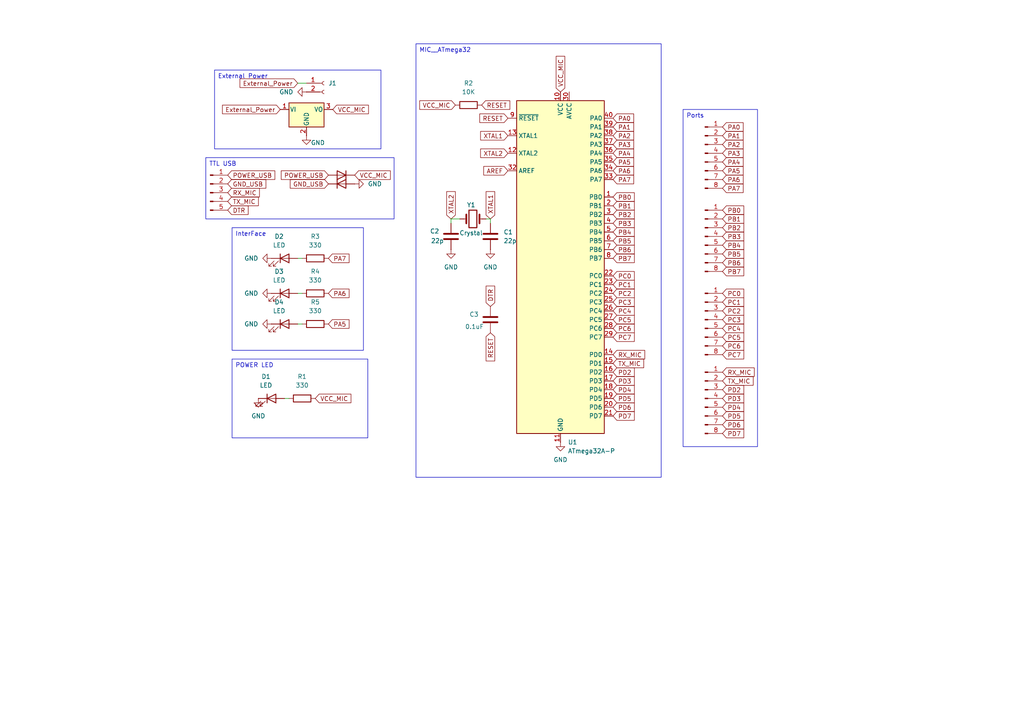
<source format=kicad_sch>
(kicad_sch (version 20250114) (generator "eeschema") (generator_version "9.0")
  (paper "A4")
  (lib_symbols
    (symbol "Connector:Conn_01x02_Socket" (pin_names (offset 1.016) (hide yes))
      (property "Reference" "J" (at 0 2.54 0))
      (property "Value" "Conn_01x02_Socket" (at 0 -5.08 0))
      (symbol "Conn_01x02_Socket_1_1"
        (polyline (pts (xy -1.27 0) (xy -0.508 0)) (stroke (width 0.1524)))
        (polyline (pts (xy -1.27 -2.54) (xy -0.508 -2.54)) (stroke (width 0.1524)))
        (arc (start 0 -0.508) (mid -0.5058 0) (end 0 0.508) (stroke (width 0.1524)))
        (arc (start 0 -3.048) (mid -0.5058 -2.54) (end 0 -2.032) (stroke (width 0.1524)))
        (pin passive line (at -5.08 0 0) (length 3.81) (name "Pin_1") (number "1"))
        (pin passive line (at -5.08 -2.54 0) (length 3.81) (name "Pin_2") (number "2"))
      )
    )
    (symbol "Connector:Conn_01x05_Pin" (pin_names (offset 1.016) (hide yes))
      (property "Reference" "J" (at 0 7.62 0))
      (property "Value" "Conn_01x05_Pin" (at 0 -7.62 0))
      (symbol "Conn_01x05_Pin_1_1"
        (rectangle (start 0.8636 5.207) (end 0 4.953) (stroke (width 0.1524)) (fill (type outline)))
        (rectangle (start 0.8636 2.667) (end 0 2.413) (stroke (width 0.1524)) (fill (type outline)))
        (rectangle (start 0.8636 0.127) (end 0 -0.127) (stroke (width 0.1524)) (fill (type outline)))
        (rectangle (start 0.8636 -2.413) (end 0 -2.667) (stroke (width 0.1524)) (fill (type outline)))
        (rectangle (start 0.8636 -4.953) (end 0 -5.207) (stroke (width 0.1524)) (fill (type outline)))
        (polyline (pts (xy 1.27 5.08) (xy 0.8636 5.08)) (stroke (width 0.1524)))
        (polyline (pts (xy 1.27 2.54) (xy 0.8636 2.54)) (stroke (width 0.1524)))
        (polyline (pts (xy 1.27 0) (xy 0.8636 0)) (stroke (width 0.1524)))
        (polyline (pts (xy 1.27 -2.54) (xy 0.8636 -2.54)) (stroke (width 0.1524)))
        (polyline (pts (xy 1.27 -5.08) (xy 0.8636 -5.08)) (stroke (width 0.1524)))
        (pin passive line (at 5.08 5.08 180) (length 3.81) (name "Pin_1") (number "1"))
        (pin passive line (at 5.08 2.54 180) (length 3.81) (name "Pin_2") (number "2"))
        (pin passive line (at 5.08 0 180) (length 3.81) (name "Pin_3") (number "3"))
        (pin passive line (at 5.08 -2.54 180) (length 3.81) (name "Pin_4") (number "4"))
        (pin passive line (at 5.08 -5.08 180) (length 3.81) (name "Pin_5") (number "5"))
      )
    )
    (symbol "Connector:Conn_01x08_Pin" (pin_names (offset 1.016) (hide yes))
      (property "Reference" "J" (at 0 10.16 0))
      (property "Value" "Conn_01x08_Pin" (at 0 -12.7 0))
      (symbol "Conn_01x08_Pin_1_1"
        (rectangle (start 0.8636 7.747) (end 0 7.493) (stroke (width 0.1524)) (fill (type outline)))
        (rectangle (start 0.8636 5.207) (end 0 4.953) (stroke (width 0.1524)) (fill (type outline)))
        (rectangle (start 0.8636 2.667) (end 0 2.413) (stroke (width 0.1524)) (fill (type outline)))
        (rectangle (start 0.8636 0.127) (end 0 -0.127) (stroke (width 0.1524)) (fill (type outline)))
        (rectangle (start 0.8636 -2.413) (end 0 -2.667) (stroke (width 0.1524)) (fill (type outline)))
        (rectangle (start 0.8636 -4.953) (end 0 -5.207) (stroke (width 0.1524)) (fill (type outline)))
        (rectangle (start 0.8636 -7.493) (end 0 -7.747) (stroke (width 0.1524)) (fill (type outline)))
        (rectangle (start 0.8636 -10.033) (end 0 -10.287) (stroke (width 0.1524)) (fill (type outline)))
        (polyline (pts (xy 1.27 7.62) (xy 0.8636 7.62)) (stroke (width 0.1524)))
        (polyline (pts (xy 1.27 5.08) (xy 0.8636 5.08)) (stroke (width 0.1524)))
        (polyline (pts (xy 1.27 2.54) (xy 0.8636 2.54)) (stroke (width 0.1524)))
        (polyline (pts (xy 1.27 0) (xy 0.8636 0)) (stroke (width 0.1524)))
        (polyline (pts (xy 1.27 -2.54) (xy 0.8636 -2.54)) (stroke (width 0.1524)))
        (polyline (pts (xy 1.27 -5.08) (xy 0.8636 -5.08)) (stroke (width 0.1524)))
        (polyline (pts (xy 1.27 -7.62) (xy 0.8636 -7.62)) (stroke (width 0.1524)))
        (polyline (pts (xy 1.27 -10.16) (xy 0.8636 -10.16)) (stroke (width 0.1524)))
        (pin passive line (at 5.08 7.62 180) (length 3.81) (name "Pin_1") (number "1"))
        (pin passive line (at 5.08 5.08 180) (length 3.81) (name "Pin_2") (number "2"))
        (pin passive line (at 5.08 2.54 180) (length 3.81) (name "Pin_3") (number "3"))
        (pin passive line (at 5.08 0 180) (length 3.81) (name "Pin_4") (number "4"))
        (pin passive line (at 5.08 -2.54 180) (length 3.81) (name "Pin_5") (number "5"))
        (pin passive line (at 5.08 -5.08 180) (length 3.81) (name "Pin_6") (number "6"))
        (pin passive line (at 5.08 -7.62 180) (length 3.81) (name "Pin_7") (number "7"))
        (pin passive line (at 5.08 -10.16 180) (length 3.81) (name "Pin_8") (number "8"))
      )
    )
    (symbol "Device:C" (pin_numbers (hide yes)) (pin_names (offset 0.254))
      (property "Reference" "C" (at 0.635 2.54 0))
      (property "Value" "C" (at 0.635 -2.54 0))
      (symbol "C_0_1"
        (polyline (pts (xy -2.032 0.762) (xy 2.032 0.762)) (stroke (width 0.508)))
        (polyline (pts (xy -2.032 -0.762) (xy 2.032 -0.762)) (stroke (width 0.508)))
      )
      (symbol "C_1_1"
        (pin passive line (at 0 3.81 270) (length 2.794) (name "~") (number "1"))
        (pin passive line (at 0 -3.81 90) (length 2.794) (name "~") (number "2"))
      )
    )
    (symbol "Device:Crystal" (pin_numbers (hide yes)) (pin_names (offset 1.016) (hide yes))
      (property "Reference" "Y" (at 0 3.81 0))
      (property "Value" "Crystal" (at 0 -3.81 0))
      (symbol "Crystal_0_1"
        (polyline (pts (xy -2.54 0) (xy -1.905 0)))
        (polyline (pts (xy -1.905 -1.27) (xy -1.905 1.27)) (stroke (width 0.508)))
        (rectangle (start -1.143 2.54) (end 1.143 -2.54) (stroke (width 0.3048)))
        (polyline (pts (xy 1.905 -1.27) (xy 1.905 1.27)) (stroke (width 0.508)))
        (polyline (pts (xy 2.54 0) (xy 1.905 0)))
      )
      (symbol "Crystal_1_1"
        (pin passive line (at -3.81 0 0) (length 1.27) (name "1") (number "1"))
        (pin passive line (at 3.81 0 180) (length 1.27) (name "2") (number "2"))
      )
    )
    (symbol "Device:D" (pin_numbers (hide yes)) (pin_names (offset 1.016) (hide yes))
      (property "Reference" "D" (at 0 2.54 0))
      (property "Value" "D" (at 0 -2.54 0))
      (symbol "D_0_1"
        (polyline (pts (xy -1.27 1.27) (xy -1.27 -1.27)) (stroke (width 0.254)))
        (polyline (pts (xy 1.27 1.27) (xy 1.27 -1.27) (xy -1.27 0) (xy 1.27 1.27)) (stroke (width 0.254)))
        (polyline (pts (xy 1.27 0) (xy -1.27 0)))
      )
      (symbol "D_1_1"
        (pin passive line (at -3.81 0 0) (length 2.54) (name "K") (number "1"))
        (pin passive line (at 3.81 0 180) (length 2.54) (name "A") (number "2"))
      )
    )
    (symbol "Device:LED" (pin_numbers (hide yes)) (pin_names (offset 1.016) (hide yes))
      (property "Reference" "D" (at 0 2.54 0))
      (property "Value" "LED" (at 0 -2.54 0))
      (symbol "LED_0_1"
        (polyline (pts (xy -3.048 -0.762) (xy -4.572 -2.286) (xy -3.81 -2.286) (xy -4.572 -2.286) (xy -4.572 -1.524)))
        (polyline (pts (xy -1.778 -0.762) (xy -3.302 -2.286) (xy -2.54 -2.286) (xy -3.302 -2.286) (xy -3.302 -1.524)))
        (polyline (pts (xy -1.27 0) (xy 1.27 0)))
        (polyline (pts (xy -1.27 -1.27) (xy -1.27 1.27)) (stroke (width 0.254)))
        (polyline (pts (xy 1.27 -1.27) (xy 1.27 1.27) (xy -1.27 0) (xy 1.27 -1.27)) (stroke (width 0.254)))
      )
      (symbol "LED_1_1"
        (pin passive line (at -3.81 0 0) (length 2.54) (name "K") (number "1"))
        (pin passive line (at 3.81 0 180) (length 2.54) (name "A") (number "2"))
      )
    )
    (symbol "Device:R" (pin_numbers (hide yes)) (pin_names (offset 0))
      (property "Reference" "R" (at 2.032 0 90))
      (property "Value" "R" (at 0 0 90))
      (symbol "R_0_1"
        (rectangle (start -1.016 -2.54) (end 1.016 2.54) (stroke (width 0.254)))
      )
      (symbol "R_1_1"
        (pin passive line (at 0 3.81 270) (length 1.27) (name "~") (number "1"))
        (pin passive line (at 0 -3.81 90) (length 1.27) (name "~") (number "2"))
      )
    )
    (symbol "MCU_Microchip_ATmega:ATmega32A-P"
      (property "Reference" "U" (at -12.7 49.53 0))
      (property "Value" "ATmega32A-P" (at 2.54 -49.53 0))
      (symbol "ATmega32A-P_0_1"
        (rectangle (start -12.7 -48.26) (end 12.7 48.26) (stroke (width 0.254)) (fill (type background)))
      )
      (symbol "ATmega32A-P_1_1"
        (pin input line (at -15.24 43.18 0) (length 2.54) (name "~{RESET}") (number "9"))
        (pin input line (at -15.24 38.1 0) (length 2.54) (name "XTAL1") (number "13"))
        (pin output line (at -15.24 33.02 0) (length 2.54) (name "XTAL2") (number "12"))
        (pin passive line (at -15.24 27.94 0) (length 2.54) (name "AREF") (number "32"))
        (pin power_in line (at 0 50.8 270) (length 2.54) (name "VCC") (number "10"))
        (pin power_in line (at 0 -50.8 90) (length 2.54) (name "GND") (number "11"))
        (pin passive line (at 0 -50.8 90) (length 2.54) (hide yes) (name "GND") (number "31"))
        (pin power_in line (at 2.54 50.8 270) (length 2.54) (name "AVCC") (number "30"))
        (pin bidirectional line (at 15.24 43.18 180) (length 2.54) (name "PA0") (number "40"))
        (pin bidirectional line (at 15.24 40.64 180) (length 2.54) (name "PA1") (number "39"))
        (pin bidirectional line (at 15.24 38.1 180) (length 2.54) (name "PA2") (number "38"))
        (pin bidirectional line (at 15.24 35.56 180) (length 2.54) (name "PA3") (number "37"))
        (pin bidirectional line (at 15.24 33.02 180) (length 2.54) (name "PA4") (number "36"))
        (pin bidirectional line (at 15.24 30.48 180) (length 2.54) (name "PA5") (number "35"))
        (pin bidirectional line (at 15.24 27.94 180) (length 2.54) (name "PA6") (number "34"))
        (pin bidirectional line (at 15.24 25.4 180) (length 2.54) (name "PA7") (number "33"))
        (pin bidirectional line (at 15.24 20.32 180) (length 2.54) (name "PB0") (number "1"))
        (pin bidirectional line (at 15.24 17.78 180) (length 2.54) (name "PB1") (number "2"))
        (pin bidirectional line (at 15.24 15.24 180) (length 2.54) (name "PB2") (number "3"))
        (pin bidirectional line (at 15.24 12.7 180) (length 2.54) (name "PB3") (number "4"))
        (pin bidirectional line (at 15.24 10.16 180) (length 2.54) (name "PB4") (number "5"))
        (pin bidirectional line (at 15.24 7.62 180) (length 2.54) (name "PB5") (number "6"))
        (pin bidirectional line (at 15.24 5.08 180) (length 2.54) (name "PB6") (number "7"))
        (pin bidirectional line (at 15.24 2.54 180) (length 2.54) (name "PB7") (number "8"))
        (pin bidirectional line (at 15.24 -2.54 180) (length 2.54) (name "PC0") (number "22"))
        (pin bidirectional line (at 15.24 -5.08 180) (length 2.54) (name "PC1") (number "23"))
        (pin bidirectional line (at 15.24 -7.62 180) (length 2.54) (name "PC2") (number "24"))
        (pin bidirectional line (at 15.24 -10.16 180) (length 2.54) (name "PC3") (number "25"))
        (pin bidirectional line (at 15.24 -12.7 180) (length 2.54) (name "PC4") (number "26"))
        (pin bidirectional line (at 15.24 -15.24 180) (length 2.54) (name "PC5") (number "27"))
        (pin bidirectional line (at 15.24 -17.78 180) (length 2.54) (name "PC6") (number "28"))
        (pin bidirectional line (at 15.24 -20.32 180) (length 2.54) (name "PC7") (number "29"))
        (pin bidirectional line (at 15.24 -25.4 180) (length 2.54) (name "PD0") (number "14"))
        (pin bidirectional line (at 15.24 -27.94 180) (length 2.54) (name "PD1") (number "15"))
        (pin bidirectional line (at 15.24 -30.48 180) (length 2.54) (name "PD2") (number "16"))
        (pin bidirectional line (at 15.24 -33.02 180) (length 2.54) (name "PD3") (number "17"))
        (pin bidirectional line (at 15.24 -35.56 180) (length 2.54) (name "PD4") (number "18"))
        (pin bidirectional line (at 15.24 -38.1 180) (length 2.54) (name "PD5") (number "19"))
        (pin bidirectional line (at 15.24 -40.64 180) (length 2.54) (name "PD6") (number "20"))
        (pin bidirectional line (at 15.24 -43.18 180) (length 2.54) (name "PD7") (number "21"))
      )
    )
    (symbol "Regulator_Linear:LM7805_TO220" (pin_names (offset 0.254))
      (property "Reference" "U" (at -3.81 3.175 0))
      (property "Value" "LM7805_TO220" (at 0 3.175 0))
      (symbol "LM7805_TO220_0_1"
        (rectangle (start -5.08 1.905) (end 5.08 -5.08) (stroke (width 0.254)) (fill (type background)))
      )
      (symbol "LM7805_TO220_1_1"
        (pin power_in line (at -7.62 0 0) (length 2.54) (name "VI") (number "1"))
        (pin power_in line (at 0 -7.62 90) (length 2.54) (name "GND") (number "2"))
        (pin power_out line (at 7.62 0 180) (length 2.54) (name "VO") (number "3"))
      )
    )
    (symbol "power:GND" (power) (pin_numbers (hide yes)) (pin_names (offset 0) (hide yes))
      (property "Value" "GND" (at 0 -3.81 0))
      (symbol "GND_0_1"
        (polyline (pts (xy 0 0) (xy 0 -1.27) (xy 1.27 -1.27) (xy 0 -2.54) (xy -1.27 -1.27) (xy 0 -1.27)))
      )
      (symbol "GND_1_1"
        (pin power_in line (at 0 0 270) (length 0) (name "~") (number "1"))
      )
    )
  )
  (text_box "TTL USB" (at 59.69 45.72 0) (size 54.61 17.78) (margins 0.9525 0.9525 0.9525 0.9525) (effects (font (size 1.27 1.27)) (justify left top)))
  (text_box "External Power" (at 62.23 20.32 0) (size 48.26 22.86) (margins 0.9525 0.9525 0.9525 0.9525) (effects (font (size 1.27 1.27)) (justify left top)))
  (text_box "MIC__ATmega32" (at 120.65 12.7 0) (size 71.12 125.73) (margins 0.9525 0.9525 0.9525 0.9525) (effects (font (size 1.27 1.27)) (justify left top)))
  (text_box "InterFace" (at 67.31 66.04 0) (size 38.1 35.56) (margins 0.9525 0.9525 0.9525 0.9525) (effects (font (size 1.27 1.27)) (justify left top)))
  (text_box "Ports" (at 198.12 31.75 0) (size 21.59 97.79) (margins 0.9525 0.9525 0.9525 0.9525) (effects (font (size 1.27 1.27)) (justify left top)))
  (text_box "POWER LED" (at 67.31 104.14 0) (size 39.37 22.86) (margins 0.9525 0.9525 0.9525 0.9525) (effects (font (size 1.27 1.27)) (justify left top)))
  (wire (pts (xy 142.24 63.5) (xy 140.97 63.5)))
  (wire (pts (xy 82.55 115.57) (xy 83.82 115.57)))
  (wire (pts (xy 86.36 85.09) (xy 87.63 85.09)))
  (wire (pts (xy 86.36 74.93) (xy 87.63 74.93)))
  (wire (pts (xy 86.36 93.98) (xy 87.63 93.98)))
  (wire (pts (xy 130.81 63.5) (xy 133.35 63.5)))
  (wire (pts (xy 130.81 64.77) (xy 130.81 63.5)))
  (wire (pts (xy 142.24 64.77) (xy 142.24 63.5)))
  (wire (pts (xy 88.9 24.13) (xy 86.36 24.13)))
  (global_label "PA5" (shape input) (at 209.55 49.53 0) (property "Intersheetrefs" "${INTERSHEET_REFS}" (effects (hide yes))))
  (global_label "PD4" (shape input) (at 209.55 118.11 0) (property "Intersheetrefs" "${INTERSHEET_REFS}" (effects (hide yes))))
  (global_label "PC1" (shape input) (at 209.55 87.63 0) (property "Intersheetrefs" "${INTERSHEET_REFS}" (effects (hide yes))))
  (global_label "RX_MIC" (shape input) (at 177.8 102.87 0) (property "Intersheetrefs" "${INTERSHEET_REFS}" (effects (hide yes))))
  (global_label "VCC_MIC" (shape input) (at 102.87 50.8 0) (property "Intersheetrefs" "${INTERSHEET_REFS}" (effects (hide yes))))
  (global_label "PC3" (shape input) (at 177.8 87.63 0) (property "Intersheetrefs" "${INTERSHEET_REFS}" (effects (hide yes))))
  (global_label "PC6" (shape input) (at 177.8 95.25 0) (property "Intersheetrefs" "${INTERSHEET_REFS}" (effects (hide yes))))
  (global_label "PA1" (shape input) (at 209.55 39.37 0) (property "Intersheetrefs" "${INTERSHEET_REFS}" (effects (hide yes))))
  (global_label "PA7" (shape input) (at 95.25 74.93 0) (property "Intersheetrefs" "${INTERSHEET_REFS}" (effects (hide yes))))
  (global_label "PA4" (shape input) (at 209.55 46.99 0) (property "Intersheetrefs" "${INTERSHEET_REFS}" (effects (hide yes))))
  (global_label "RX_MIC" (shape input) (at 66.04 55.88 0) (property "Intersheetrefs" "${INTERSHEET_REFS}" (effects (hide yes))))
  (global_label "PA3" (shape input) (at 209.55 44.45 0) (property "Intersheetrefs" "${INTERSHEET_REFS}" (effects (hide yes))))
  (global_label "PB5" (shape input) (at 209.55 73.66 0) (property "Intersheetrefs" "${INTERSHEET_REFS}" (effects (hide yes))))
  (global_label "XTAL1" (shape input) (at 147.32 39.37 180) (property "Intersheetrefs" "${INTERSHEET_REFS}" (effects (hide yes))))
  (global_label "PB2" (shape input) (at 177.8 62.23 0) (property "Intersheetrefs" "${INTERSHEET_REFS}" (effects (hide yes))))
  (global_label "GND_USB" (shape input) (at 66.04 53.34 0) (property "Intersheetrefs" "${INTERSHEET_REFS}" (effects (hide yes))))
  (global_label "DTR" (shape input) (at 142.24 88.9 90) (property "Intersheetrefs" "${INTERSHEET_REFS}" (effects (hide yes))))
  (global_label "XTAL2" (shape input) (at 147.32 44.45 180) (property "Intersheetrefs" "${INTERSHEET_REFS}" (effects (hide yes))))
  (global_label "RESET" (shape input) (at 147.32 34.29 180) (property "Intersheetrefs" "${INTERSHEET_REFS}" (effects (hide yes))))
  (global_label "VCC_MIC" (shape input) (at 162.56 26.67 90) (property "Intersheetrefs" "${INTERSHEET_REFS}" (effects (hide yes))))
  (global_label "PD2" (shape input) (at 209.55 113.03 0) (property "Intersheetrefs" "${INTERSHEET_REFS}" (effects (hide yes))))
  (global_label "PC7" (shape input) (at 209.55 102.87 0) (property "Intersheetrefs" "${INTERSHEET_REFS}" (effects (hide yes))))
  (global_label "PB2" (shape input) (at 209.55 66.04 0) (property "Intersheetrefs" "${INTERSHEET_REFS}" (effects (hide yes))))
  (global_label "PD6" (shape input) (at 209.55 123.19 0) (property "Intersheetrefs" "${INTERSHEET_REFS}" (effects (hide yes))))
  (global_label "PB6" (shape input) (at 177.8 72.39 0) (property "Intersheetrefs" "${INTERSHEET_REFS}" (effects (hide yes))))
  (global_label "PC5" (shape input) (at 209.55 97.79 0) (property "Intersheetrefs" "${INTERSHEET_REFS}" (effects (hide yes))))
  (global_label "PD5" (shape input) (at 209.55 120.65 0) (property "Intersheetrefs" "${INTERSHEET_REFS}" (effects (hide yes))))
  (global_label "PB1" (shape input) (at 177.8 59.69 0) (property "Intersheetrefs" "${INTERSHEET_REFS}" (effects (hide yes))))
  (global_label "PB7" (shape input) (at 209.55 78.74 0) (property "Intersheetrefs" "${INTERSHEET_REFS}" (effects (hide yes))))
  (global_label "PB7" (shape input) (at 177.8 74.93 0) (property "Intersheetrefs" "${INTERSHEET_REFS}" (effects (hide yes))))
  (global_label "PC4" (shape input) (at 177.8 90.17 0) (property "Intersheetrefs" "${INTERSHEET_REFS}" (effects (hide yes))))
  (global_label "VCC_MIC" (shape input) (at 132.08 30.48 180) (property "Intersheetrefs" "${INTERSHEET_REFS}" (effects (hide yes))))
  (global_label "PA1" (shape input) (at 177.8 36.83 0) (property "Intersheetrefs" "${INTERSHEET_REFS}" (effects (hide yes))))
  (global_label "RESET" (shape input) (at 139.7 30.48 0) (property "Intersheetrefs" "${INTERSHEET_REFS}" (effects (hide yes))))
  (global_label "PA7" (shape input) (at 209.55 54.61 0) (property "Intersheetrefs" "${INTERSHEET_REFS}" (effects (hide yes))))
  (global_label "External_Power" (shape input) (at 81.28 31.75 180) (property "Intersheetrefs" "${INTERSHEET_REFS}" (effects (hide yes))))
  (global_label "PA3" (shape input) (at 177.8 41.91 0) (property "Intersheetrefs" "${INTERSHEET_REFS}" (effects (hide yes))))
  (global_label "PC0" (shape input) (at 209.55 85.09 0) (property "Intersheetrefs" "${INTERSHEET_REFS}" (effects (hide yes))))
  (global_label "PB3" (shape input) (at 209.55 68.58 0) (property "Intersheetrefs" "${INTERSHEET_REFS}" (effects (hide yes))))
  (global_label "PC7" (shape input) (at 177.8 97.79 0) (property "Intersheetrefs" "${INTERSHEET_REFS}" (effects (hide yes))))
  (global_label "PD4" (shape input) (at 177.8 113.03 0) (property "Intersheetrefs" "${INTERSHEET_REFS}" (effects (hide yes))))
  (global_label "PA5" (shape input) (at 177.8 46.99 0) (property "Intersheetrefs" "${INTERSHEET_REFS}" (effects (hide yes))))
  (global_label "PA6" (shape input) (at 177.8 49.53 0) (property "Intersheetrefs" "${INTERSHEET_REFS}" (effects (hide yes))))
  (global_label "PD3" (shape input) (at 177.8 110.49 0) (property "Intersheetrefs" "${INTERSHEET_REFS}" (effects (hide yes))))
  (global_label "VCC_MIC" (shape input) (at 91.44 115.57 0) (property "Intersheetrefs" "${INTERSHEET_REFS}" (effects (hide yes))))
  (global_label "PD5" (shape input) (at 177.8 115.57 0) (property "Intersheetrefs" "${INTERSHEET_REFS}" (effects (hide yes))))
  (global_label "PA6" (shape input) (at 95.25 85.09 0) (property "Intersheetrefs" "${INTERSHEET_REFS}" (effects (hide yes))))
  (global_label "PB1" (shape input) (at 209.55 63.5 0) (property "Intersheetrefs" "${INTERSHEET_REFS}" (effects (hide yes))))
  (global_label "PA6" (shape input) (at 209.55 52.07 0) (property "Intersheetrefs" "${INTERSHEET_REFS}" (effects (hide yes))))
  (global_label "VCC_MIC" (shape input) (at 96.52 31.75 0) (property "Intersheetrefs" "${INTERSHEET_REFS}" (effects (hide yes))))
  (global_label "PC2" (shape input) (at 177.8 85.09 0) (property "Intersheetrefs" "${INTERSHEET_REFS}" (effects (hide yes))))
  (global_label "PB4" (shape input) (at 177.8 67.31 0) (property "Intersheetrefs" "${INTERSHEET_REFS}" (effects (hide yes))))
  (global_label "PB0" (shape input) (at 209.55 60.96 0) (property "Intersheetrefs" "${INTERSHEET_REFS}" (effects (hide yes))))
  (global_label "External_Power" (shape input) (at 86.36 24.13 180) (property "Intersheetrefs" "${INTERSHEET_REFS}" (effects (hide yes))))
  (global_label "PC0" (shape input) (at 177.8 80.01 0) (property "Intersheetrefs" "${INTERSHEET_REFS}" (effects (hide yes))))
  (global_label "POWER_USB" (shape input) (at 95.25 50.8 180) (property "Intersheetrefs" "${INTERSHEET_REFS}" (effects (hide yes))))
  (global_label "TX_MIC" (shape input) (at 66.04 58.42 0) (property "Intersheetrefs" "${INTERSHEET_REFS}" (effects (hide yes))))
  (global_label "PD3" (shape input) (at 209.55 115.57 0) (property "Intersheetrefs" "${INTERSHEET_REFS}" (effects (hide yes))))
  (global_label "RESET" (shape input) (at 142.24 96.52 270) (property "Intersheetrefs" "${INTERSHEET_REFS}" (effects (hide yes))))
  (global_label "PC3" (shape input) (at 209.55 92.71 0) (property "Intersheetrefs" "${INTERSHEET_REFS}" (effects (hide yes))))
  (global_label "PA5" (shape input) (at 95.25 93.98 0) (property "Intersheetrefs" "${INTERSHEET_REFS}" (effects (hide yes))))
  (global_label "PB6" (shape input) (at 209.55 76.2 0) (property "Intersheetrefs" "${INTERSHEET_REFS}" (effects (hide yes))))
  (global_label "GND_USB" (shape input) (at 95.25 53.34 180) (property "Intersheetrefs" "${INTERSHEET_REFS}" (effects (hide yes))))
  (global_label "XTAL1" (shape input) (at 142.24 63.5 90) (property "Intersheetrefs" "${INTERSHEET_REFS}" (effects (hide yes))))
  (global_label "PD2" (shape input) (at 177.8 107.95 0) (property "Intersheetrefs" "${INTERSHEET_REFS}" (effects (hide yes))))
  (global_label "PA2" (shape input) (at 177.8 39.37 0) (property "Intersheetrefs" "${INTERSHEET_REFS}" (effects (hide yes))))
  (global_label "PC1" (shape input) (at 177.8 82.55 0) (property "Intersheetrefs" "${INTERSHEET_REFS}" (effects (hide yes))))
  (global_label "PB0" (shape input) (at 177.8 57.15 0) (property "Intersheetrefs" "${INTERSHEET_REFS}" (effects (hide yes))))
  (global_label "XTAL2" (shape input) (at 130.81 63.5 90) (property "Intersheetrefs" "${INTERSHEET_REFS}" (effects (hide yes))))
  (global_label "PB4" (shape input) (at 209.55 71.12 0) (property "Intersheetrefs" "${INTERSHEET_REFS}" (effects (hide yes))))
  (global_label "PC2" (shape input) (at 209.55 90.17 0) (property "Intersheetrefs" "${INTERSHEET_REFS}" (effects (hide yes))))
  (global_label "PC5" (shape input) (at 177.8 92.71 0) (property "Intersheetrefs" "${INTERSHEET_REFS}" (effects (hide yes))))
  (global_label "PC6" (shape input) (at 209.55 100.33 0) (property "Intersheetrefs" "${INTERSHEET_REFS}" (effects (hide yes))))
  (global_label "PA0" (shape input) (at 177.8 34.29 0) (property "Intersheetrefs" "${INTERSHEET_REFS}" (effects (hide yes))))
  (global_label "AREF" (shape input) (at 147.32 49.53 180) (property "Intersheetrefs" "${INTERSHEET_REFS}" (effects (hide yes))))
  (global_label "POWER_USB" (shape input) (at 66.04 50.8 0) (property "Intersheetrefs" "${INTERSHEET_REFS}" (effects (hide yes))))
  (global_label "PD7" (shape input) (at 177.8 120.65 0) (property "Intersheetrefs" "${INTERSHEET_REFS}" (effects (hide yes))))
  (global_label "PD7" (shape input) (at 209.55 125.73 0) (property "Intersheetrefs" "${INTERSHEET_REFS}" (effects (hide yes))))
  (global_label "PA0" (shape input) (at 209.55 36.83 0) (property "Intersheetrefs" "${INTERSHEET_REFS}" (effects (hide yes))))
  (global_label "TX_MIC" (shape input) (at 209.55 110.49 0) (property "Intersheetrefs" "${INTERSHEET_REFS}" (effects (hide yes))))
  (global_label "PD6" (shape input) (at 177.8 118.11 0) (property "Intersheetrefs" "${INTERSHEET_REFS}" (effects (hide yes))))
  (global_label "PC4" (shape input) (at 209.55 95.25 0) (property "Intersheetrefs" "${INTERSHEET_REFS}" (effects (hide yes))))
  (global_label "PA4" (shape input) (at 177.8 44.45 0) (property "Intersheetrefs" "${INTERSHEET_REFS}" (effects (hide yes))))
  (global_label "DTR" (shape input) (at 66.04 60.96 0) (property "Intersheetrefs" "${INTERSHEET_REFS}" (effects (hide yes))))
  (global_label "PA7" (shape input) (at 177.8 52.07 0) (property "Intersheetrefs" "${INTERSHEET_REFS}" (effects (hide yes))))
  (global_label "PA2" (shape input) (at 209.55 41.91 0) (property "Intersheetrefs" "${INTERSHEET_REFS}" (effects (hide yes))))
  (global_label "PB5" (shape input) (at 177.8 69.85 0) (property "Intersheetrefs" "${INTERSHEET_REFS}" (effects (hide yes))))
  (global_label "TX_MIC" (shape input) (at 177.8 105.41 0) (property "Intersheetrefs" "${INTERSHEET_REFS}" (effects (hide yes))))
  (global_label "RX_MIC" (shape input) (at 209.55 107.95 0) (property "Intersheetrefs" "${INTERSHEET_REFS}" (effects (hide yes))))
  (global_label "PB3" (shape input) (at 177.8 64.77 0) (property "Intersheetrefs" "${INTERSHEET_REFS}" (effects (hide yes))))
  (symbol (lib_id "Connector:Conn_01x02_Socket") (at 93.98 24.13 0) (unit 1)
    (property "Reference" "J1" (at 95.25 24.1299 0) (effects (justify left)))
    (property "Value" "Conn_01x02_Socket" (effects (hide yes)))
    (property "Footprint" "Connector_PinSocket_2.54mm:PinSocket_1x02_P2.54mm_Vertical" (effects (hide yes)))
    (property "Description" "Generic connector, single row, 01x02, script generated" (effects (hide yes)))
  )
  (symbol (lib_id "Device:Crystal") (at 137.16 63.5 0) (unit 1)
    (property "Reference" "Y1" (at 136.652 59.436 0))
    (property "Value" "Crystal" (at 136.652 67.564 0))
    (property "Footprint" "Crystal:Crystal_C26-LF_D2.1mm_L6.5mm_Vertical" (effects (hide yes)))
    (property "Description" "Two pin crystal" (effects (hide yes)))
  )
  (symbol (lib_id "power:GND") (at 78.74 74.93 270) (unit 1)
    (property "Reference" "#PWR06" (effects (hide yes)))
    (property "Value" "GND" (at 74.93 74.9299 90) (effects (justify right)))
    (property "Description" "Power symbol creates a global label with name \"GND\" , ground" (effects (hide yes)))
  )
  (symbol (lib_id "Regulator_Linear:LM7805_TO220") (at 88.9 31.75 0) (unit 1)
    (property "Reference" "U2" (effects (hide yes)))
    (property "Value" "LM7805_TO220" (effects (hide yes)))
    (property "Footprint" "Package_TO_SOT_THT:TO-220-3_Vertical" (effects (hide yes)))
    (property "Datasheet" "https://www.onsemi.cn/PowerSolutions/document/MC7800-D.PDF" (effects (hide yes)))
    (property "Description" "Positive 1A 35V Linear Regulator, Fixed Output 5V, TO-220" (effects (hide yes)))
  )
  (symbol (lib_id "Connector:Conn_01x08_Pin") (at 204.47 115.57 0) (unit 1)
    (property "Reference" "J6" (effects (hide yes)))
    (property "Value" "Conn_01x08_Pin" (effects (hide yes)))
    (property "Footprint" "Connector_PinHeader_2.00mm:PinHeader_1x08_P2.00mm_Vertical" (effects (hide yes)))
    (property "Description" "Generic connector, single row, 01x08, script generated" (effects (hide yes)))
  )
  (symbol (lib_id "power:GND") (at 88.9 39.37 0) (unit 1)
    (property "Reference" "#PWR010" (effects (hide yes)))
    (property "Value" "GND" (at 92.202 41.402 0))
    (property "Description" "Power symbol creates a global label with name \"GND\" , ground" (effects (hide yes)))
  )
  (symbol (lib_id "Device:R") (at 91.44 93.98 90) (unit 1)
    (property "Reference" "R5" (at 91.44 87.63 90))
    (property "Value" "330" (at 91.44 90.17 90))
    (property "Footprint" "Resistor_THT:R_Axial_DIN0207_L6.3mm_D2.5mm_P7.62mm_Horizontal" (effects (hide yes)))
    (property "Description" "Resistor" (effects (hide yes)))
  )
  (symbol (lib_id "power:GND") (at 130.81 72.39 0) (unit 1)
    (property "Reference" "#PWR03" (effects (hide yes)))
    (property "Value" "GND" (at 130.81 77.47 0))
    (property "Description" "Power symbol creates a global label with name \"GND\" , ground" (effects (hide yes)))
  )
  (symbol (lib_id "Connector:Conn_01x08_Pin") (at 204.47 68.58 0) (unit 1)
    (property "Reference" "J4" (effects (hide yes)))
    (property "Value" "Conn_01x08_Pin" (effects (hide yes)))
    (property "Footprint" "Connector_PinHeader_2.00mm:PinHeader_1x08_P2.00mm_Vertical" (effects (hide yes)))
    (property "Description" "Generic connector, single row, 01x08, script generated" (effects (hide yes)))
  )
  (symbol (lib_id "Connector:Conn_01x08_Pin") (at 204.47 44.45 0) (unit 1)
    (property "Reference" "J2" (effects (hide yes)))
    (property "Value" "Conn_01x08_Pin" (effects (hide yes)))
    (property "Footprint" "Connector_PinHeader_2.00mm:PinHeader_1x08_P2.00mm_Vertical" (effects (hide yes)))
    (property "Description" "Generic connector, single row, 01x08, script generated" (effects (hide yes)))
  )
  (symbol (lib_id "power:GND") (at 142.24 72.39 0) (unit 1)
    (property "Reference" "#PWR02" (effects (hide yes)))
    (property "Value" "GND" (at 142.24 77.47 0))
    (property "Description" "Power symbol creates a global label with name \"GND\" , ground" (effects (hide yes)))
  )
  (symbol (lib_id "power:GND") (at 102.87 53.34 90) (unit 1)
    (property "Reference" "#PWR04" (effects (hide yes)))
    (property "Value" "GND" (at 106.68 53.3399 90) (effects (justify right)))
    (property "Description" "Power symbol creates a global label with name \"GND\" , ground" (effects (hide yes)))
  )
  (symbol (lib_id "Connector:Conn_01x05_Pin") (at 60.96 55.88 0) (unit 1)
    (property "Reference" "J3" (effects (hide yes)))
    (property "Value" "Conn_01x05_Pin" (effects (hide yes)))
    (property "Footprint" "Connector_PinHeader_2.00mm:PinHeader_1x05_P2.00mm_Vertical" (effects (hide yes)))
    (property "Description" "Generic connector, single row, 01x05, script generated" (effects (hide yes)))
  )
  (symbol (lib_id "Device:C") (at 142.24 92.71 0) (unit 1)
    (property "Reference" "C3" (at 136.144 91.186 0) (effects (justify left)))
    (property "Value" "0.1uF" (at 134.874 94.742 0) (effects (justify left)))
    (property "Footprint" "Capacitor_THT:C_Radial_D4.0mm_H7.0mm_P1.50mm" (effects (hide yes)))
    (property "Description" "Unpolarized capacitor" (effects (hide yes)))
  )
  (symbol (lib_id "Device:LED") (at 82.55 74.93 0) (unit 1)
    (property "Reference" "D2" (at 80.9625 68.58 0))
    (property "Value" "LED" (at 80.9625 71.12 0))
    (property "Footprint" "LED_THT:LED_D3.0mm" (effects (hide yes)))
    (property "Description" "Light emitting diode" (effects (hide yes)))
    (property "Sim.Pins" "1=K 2=A" (effects (hide yes)))
  )
  (symbol (lib_id "power:GND") (at 78.74 93.98 270) (unit 1)
    (property "Reference" "#PWR08" (effects (hide yes)))
    (property "Value" "GND" (at 74.93 93.9799 90) (effects (justify right)))
    (property "Description" "Power symbol creates a global label with name \"GND\" , ground" (effects (hide yes)))
  )
  (symbol (lib_id "MCU_Microchip_ATmega:ATmega32A-P") (at 162.56 77.47 0) (unit 1)
    (property "Reference" "U1" (at 164.7033 128.27 0) (effects (justify left)))
    (property "Value" "ATmega32A-P" (at 164.7033 130.81 0) (effects (justify left)))
    (property "Footprint" "Package_DIP:DIP-40_W15.24mm" (effects (hide yes)))
    (property "Datasheet" "http://ww1.microchip.com/downloads/en/DeviceDoc/atmel-8155-8-bit-microcontroller-avr-atmega32a_datasheet.pdf" (effects (hide yes)))
    (property "Description" "16MHz, 32kB Flash, 2kB SRAM, 1kB EEPROM, JTAG, DIP-40" (effects (hide yes)))
  )
  (symbol (lib_id "Connector:Conn_01x08_Pin") (at 204.47 92.71 0) (unit 1)
    (property "Reference" "J5" (effects (hide yes)))
    (property "Value" "Conn_01x08_Pin" (effects (hide yes)))
    (property "Footprint" "Connector_PinHeader_2.00mm:PinHeader_1x08_P2.00mm_Vertical" (effects (hide yes)))
    (property "Description" "Generic connector, single row, 01x08, script generated" (effects (hide yes)))
  )
  (symbol (lib_id "Device:R") (at 135.89 30.48 90) (unit 1)
    (property "Reference" "R2" (at 135.89 24.13 90))
    (property "Value" "10K" (at 135.89 26.67 90))
    (property "Footprint" "Resistor_THT:R_Axial_DIN0207_L6.3mm_D2.5mm_P7.62mm_Horizontal" (effects (hide yes)))
    (property "Description" "Resistor" (effects (hide yes)))
  )
  (symbol (lib_id "Device:LED") (at 82.55 85.09 0) (unit 1)
    (property "Reference" "D3" (at 80.9625 78.74 0))
    (property "Value" "LED" (at 80.9625 81.28 0))
    (property "Footprint" "LED_THT:LED_D3.0mm" (effects (hide yes)))
    (property "Description" "Light emitting diode" (effects (hide yes)))
    (property "Sim.Pins" "1=K 2=A" (effects (hide yes)))
  )
  (symbol (lib_id "Device:R") (at 91.44 85.09 90) (unit 1)
    (property "Reference" "R4" (at 91.44 78.74 90))
    (property "Value" "330" (at 91.44 81.28 90))
    (property "Footprint" "Resistor_THT:R_Axial_DIN0207_L6.3mm_D2.5mm_P7.62mm_Horizontal" (effects (hide yes)))
    (property "Description" "Resistor" (effects (hide yes)))
  )
  (symbol (lib_id "Device:LED") (at 82.55 93.98 0) (unit 1)
    (property "Reference" "D4" (at 80.9625 87.63 0))
    (property "Value" "LED" (at 80.9625 90.17 0))
    (property "Footprint" "LED_THT:LED_D3.0mm" (effects (hide yes)))
    (property "Description" "Light emitting diode" (effects (hide yes)))
    (property "Sim.Pins" "1=K 2=A" (effects (hide yes)))
  )
  (symbol (lib_id "Device:R") (at 91.44 74.93 90) (unit 1)
    (property "Reference" "R3" (at 91.44 68.58 90))
    (property "Value" "330" (at 91.44 71.12 90))
    (property "Footprint" "Resistor_THT:R_Axial_DIN0207_L6.3mm_D2.5mm_P7.62mm_Horizontal" (effects (hide yes)))
    (property "Description" "Resistor" (effects (hide yes)))
  )
  (symbol (lib_id "Device:C") (at 142.24 68.58 0) (unit 1)
    (property "Reference" "C1" (at 146.05 67.3099 0) (effects (justify left)))
    (property "Value" "22p" (at 146.05 69.8499 0) (effects (justify left)))
    (property "Footprint" "Capacitor_THT:C_Radial_D4.0mm_H7.0mm_P1.50mm" (effects (hide yes)))
    (property "Description" "Unpolarized capacitor" (effects (hide yes)))
  )
  (symbol (lib_id "Device:R") (at 87.63 115.57 90) (unit 1)
    (property "Reference" "R1" (at 87.63 109.22 90))
    (property "Value" "330" (at 87.63 111.76 90))
    (property "Footprint" "Resistor_THT:R_Axial_DIN0207_L6.3mm_D2.5mm_P7.62mm_Horizontal" (effects (hide yes)))
    (property "Description" "Resistor" (effects (hide yes)))
  )
  (symbol (lib_id "Device:C") (at 130.81 68.58 0) (unit 1)
    (property "Reference" "C2" (at 124.714 67.056 0) (effects (justify left)))
    (property "Value" "22p" (at 124.968 69.85 0) (effects (justify left)))
    (property "Footprint" "Capacitor_THT:C_Radial_D4.0mm_H7.0mm_P1.50mm" (effects (hide yes)))
    (property "Description" "Unpolarized capacitor" (effects (hide yes)))
  )
  (symbol (lib_id "Device:D") (at 99.06 50.8 180) (unit 1)
    (property "Reference" "D5" (effects (hide yes)))
    (property "Value" "D" (effects (hide yes)))
    (property "Footprint" "Diode_THT:D_5W_P10.16mm_Horizontal" (effects (hide yes)))
    (property "Description" "Diode" (effects (hide yes)))
    (property "Sim.Device" "D" (effects (hide yes)))
    (property "Sim.Pins" "1=K 2=A" (effects (hide yes)))
  )
  (symbol (lib_id "power:GND") (at 162.56 128.27 0) (unit 1)
    (property "Reference" "#PWR01" (effects (hide yes)))
    (property "Value" "GND" (at 162.56 133.35 0))
    (property "Description" "Power symbol creates a global label with name \"GND\" , ground" (effects (hide yes)))
  )
  (symbol (lib_id "power:GND") (at 74.93 115.57 0) (unit 1)
    (property "Reference" "#PWR05" (effects (hide yes)))
    (property "Value" "GND" (at 74.93 120.65 0))
    (property "Description" "Power symbol creates a global label with name \"GND\" , ground" (effects (hide yes)))
  )
  (symbol (lib_id "power:GND") (at 78.74 85.09 270) (unit 1)
    (property "Reference" "#PWR07" (effects (hide yes)))
    (property "Value" "GND" (at 74.93 85.0899 90) (effects (justify right)))
    (property "Description" "Power symbol creates a global label with name \"GND\" , ground" (effects (hide yes)))
  )
  (symbol (lib_id "Device:D") (at 99.06 53.34 0) (unit 1)
    (property "Reference" "D6" (effects (hide yes)))
    (property "Value" "D" (effects (hide yes)))
    (property "Footprint" "Diode_THT:D_5W_P10.16mm_Horizontal" (effects (hide yes)))
    (property "Description" "Diode" (effects (hide yes)))
    (property "Sim.Device" "D" (effects (hide yes)))
    (property "Sim.Pins" "1=K 2=A" (effects (hide yes)))
  )
  (symbol (lib_id "Device:LED") (at 78.74 115.57 0) (unit 1)
    (property "Reference" "D1" (at 77.1525 109.22 0))
    (property "Value" "LED" (at 77.1525 111.76 0))
    (property "Footprint" "LED_SMD:LED_0805_2012Metric" (effects (hide yes)))
    (property "Description" "Light emitting diode" (effects (hide yes)))
    (property "Sim.Pins" "1=K 2=A" (effects (hide yes)))
  )
  (symbol (lib_id "power:GND") (at 88.9 26.67 270) (unit 1)
    (property "Reference" "#PWR09" (effects (hide yes)))
    (property "Value" "GND" (at 85.09 26.6699 90) (effects (justify right)))
    (property "Description" "Power symbol creates a global label with name \"GND\" , ground" (effects (hide yes)))
  )
)
</source>
